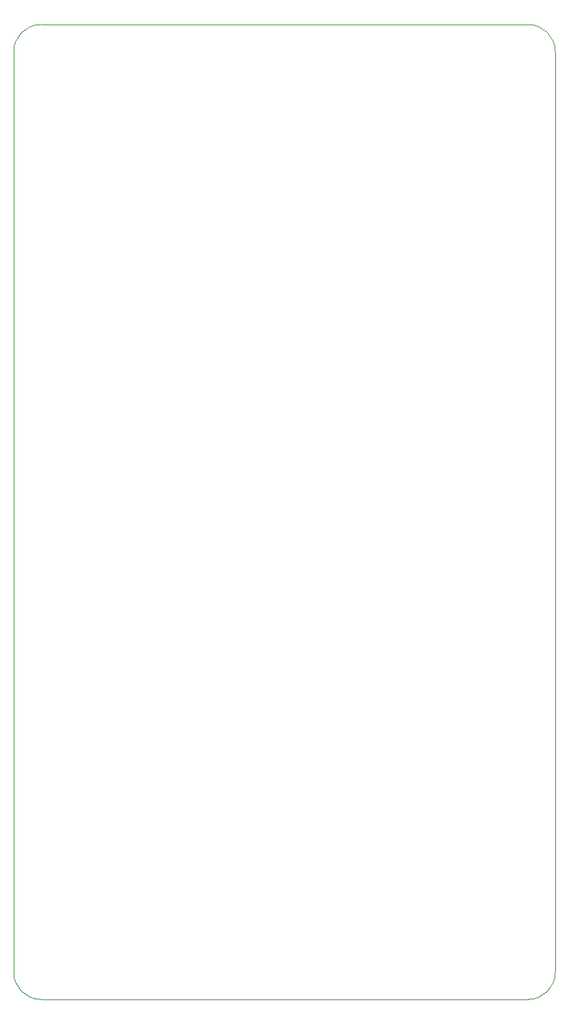
<source format=gbr>
G04 #@! TF.GenerationSoftware,KiCad,Pcbnew,(5.1.5)-3*
G04 #@! TF.CreationDate,2021-10-16T16:02:55-05:00*
G04 #@! TF.ProjectId,Controls-LightingPCB,436f6e74-726f-46c7-932d-4c6967687469,rev?*
G04 #@! TF.SameCoordinates,Original*
G04 #@! TF.FileFunction,Profile,NP*
%FSLAX46Y46*%
G04 Gerber Fmt 4.6, Leading zero omitted, Abs format (unit mm)*
G04 Created by KiCad (PCBNEW (5.1.5)-3) date 2021-10-16 16:02:55*
%MOMM*%
%LPD*%
G04 APERTURE LIST*
%ADD10C,0.050000*%
G04 APERTURE END LIST*
D10*
X127175000Y-162310000D02*
G75*
G02X124000000Y-159135000I0J3175000D01*
G01*
X187500000Y-159135000D02*
G75*
G02X184325000Y-162310000I-3175000J0D01*
G01*
X184325000Y-48010000D02*
G75*
G02X187500000Y-51185000I0J-3175000D01*
G01*
X124000000Y-51185000D02*
G75*
G02X127175000Y-48010000I3175000J0D01*
G01*
X187500000Y-159135000D02*
X187500000Y-51185000D01*
X127175000Y-162310000D02*
X184325000Y-162310000D01*
X124000000Y-51185000D02*
X124000000Y-159135000D01*
X127175000Y-48010000D02*
X184325000Y-48010000D01*
M02*

</source>
